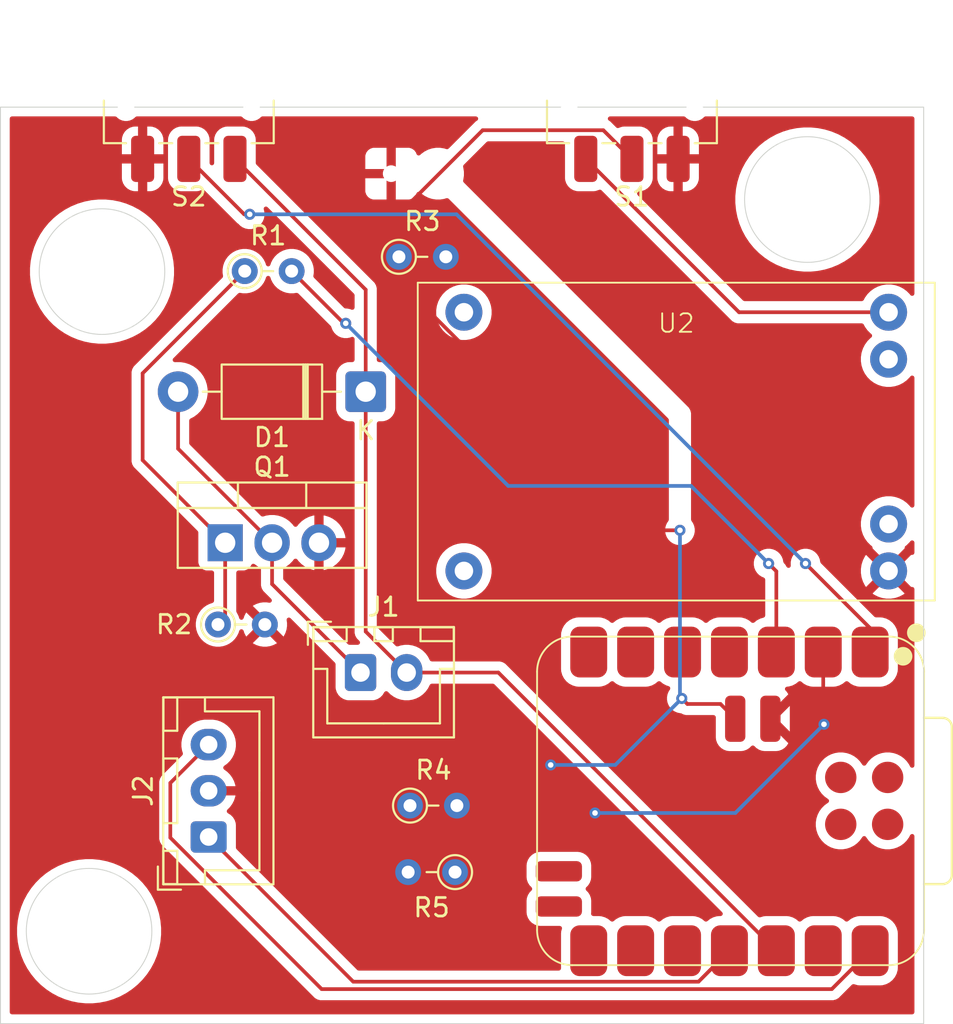
<source format=kicad_pcb>
(kicad_pcb (version 20241229) (generator "pcbnew") (generator_version "9.0")
  (layers (0 "F.Cu" signal) (2 "B.Cu" signal) (13 "F.Paste" user) (15 "B.Paste" user) (5 "F.SilkS" user "F.Silkscreen") (7 "B.SilkS" user "B.Silkscreen") (1 "F.Mask" user) (3 "B.Mask" user) (25 "Edge.Cuts" user))
  (net 0 "")
  (net 2 "Net-(D2-A)")
  (net 15 "Net-(D1-A)")
  (net 16 "/3V3")
  (net 17 "/LEDS_C")
  (net 18 "/BAT+")
  (net 19 "/LEDS+")
  (net 20 "/Arme_Selection")
  (net 21 "GND")
  (net 22 "Net-(Q1-G)")
  (net 23 "/moteur_c")
  (net 24 "/OUT+")
  (net 29 "/BAT_level")
  (footprint "Connector_JST:JST_XH_B3B-XH-A_1x03_P2.50mm_Vertical" (layer "F.Cu") (at 63.275 68.2 90)
    (property "Reference" "J2" (at 2.5 -3.55 90) (layer "F.SilkS"))
    (property "Value" "Conn_01x03_Pin")
    (fp_line (start -1.6 -2.75) (end -2.85 -2.75) (stroke (width 0.12)) (layer "F.SilkS"))
    (fp_line (start -2.85 -2.75) (end -2.85 -1.5) (stroke (width 0.12)) (layer "F.SilkS"))
    (fp_line (start 7.56 -2.46) (end -2.56 -2.46) (stroke (width 0.12)) (layer "F.SilkS"))
    (fp_line (start -2.56 -2.46) (end -2.56 3.51) (stroke (width 0.12)) (layer "F.SilkS"))
    (fp_line (start 7.55 -2.45) (end 5.75 -2.45) (stroke (width 0.12)) (layer "F.SilkS"))
    (fp_line (start 5.75 -2.45) (end 5.75 -1.7) (stroke (width 0.12)) (layer "F.SilkS"))
    (fp_line (start 4.25 -2.45) (end 0.75 -2.45) (stroke (width 0.12)) (layer "F.SilkS"))
    (fp_line (start 0.75 -2.45) (end 0.75 -1.7) (stroke (width 0.12)) (layer "F.SilkS"))
    (fp_line (start -0.75 -2.45) (end -2.55 -2.45) (stroke (width 0.12)) (layer "F.SilkS"))
    (fp_line (start -2.55 -2.45) (end -2.55 -1.7) (stroke (width 0.12)) (layer "F.SilkS"))
    (fp_line (start 7.55 -1.7) (end 7.55 -2.45) (stroke (width 0.12)) (layer "F.SilkS"))
    (fp_line (start 5.75 -1.7) (end 7.55 -1.7) (stroke (width 0.12)) (layer "F.SilkS"))
    (fp_line (start 4.25 -1.7) (end 4.25 -2.45) (stroke (width 0.12)) (layer "F.SilkS"))
    (fp_line (start 0.75 -1.7) (end 4.25 -1.7) (stroke (width 0.12)) (layer "F.SilkS"))
    (fp_line (start -0.75 -1.7) (end -0.75 -2.45) (stroke (width 0.12)) (layer "F.SilkS"))
    (fp_line (start -2.55 -1.7) (end -0.75 -1.7) (stroke (width 0.12)) (layer "F.SilkS"))
    (fp_line (start 7.55 -0.2) (end 6.8 -0.2) (stroke (width 0.12)) (layer "F.SilkS"))
    (fp_line (start 6.8 -0.2) (end 6.8 2.75) (stroke (width 0.12)) (layer "F.SilkS"))
    (fp_line (start -1.8 -0.2) (end -1.8 2.75) (stroke (width 0.12)) (layer "F.SilkS"))
    (fp_line (start -2.55 -0.2) (end -1.8 -0.2) (stroke (width 0.12)) (layer "F.SilkS"))
    (fp_line (start 6.8 2.75) (end 2.5 2.75) (stroke (width 0.12)) (layer "F.SilkS"))
    (fp_line (start -1.8 2.75) (end 2.5 2.75) (stroke (width 0.12)) (layer "F.SilkS"))
    (fp_line (start 7.56 3.51) (end 7.56 -2.46) (stroke (width 0.12)) (layer "F.SilkS"))
    (fp_line (start -2.56 3.51) (end 7.56 3.51) (stroke (width 0.12)) (layer "F.SilkS"))
    (pad "1" thru_hole roundrect (at 0 0 90) (size 1.7 1.95) (drill 0.95) (layers "*.Cu" "*.Mask") (roundrect_rratio 0.1470588235) (net 17 "/LEDS_C"))
    (pad "2" thru_hole oval (at 2.5 0 90) (size 1.7 1.95) (drill 0.95) (layers "*.Cu" "*.Mask") (net 21 "GND"))
    (pad "3" thru_hole oval (at 5 0 90) (size 1.7 1.95) (drill 0.95) (layers "*.Cu" "*.Mask") (net 19 "/LEDS+"))
  )
  (footprint "Resistor_THT:R_Axial_DIN0204_L3.6mm_D1.6mm_P2.54mm_Vertical" (layer "F.Cu") (at 76.62 70.1 180)
    (property "Reference" "R5" (at 1.27 -1.92 0) (layer "F.SilkS"))
    (property "Value" "1k")
    (fp_line (start 0.92 0) (end 1.54 0) (stroke (width 0.12)) (layer "F.SilkS"))
    (fp_circle (center 0 0) (end 0.92 0) (stroke (width 0.12)) (fill no) (layer "F.SilkS"))
    (pad "1" thru_hole circle (at 0 0 180) (size 1.4 1.4) (drill 0.7) (layers "*.Cu" "*.Mask") (net 29 "/BAT_level"))
    (pad "2" thru_hole circle (at 2.54 0 180) (size 1.4 1.4) (drill 0.7) (layers "*.Cu" "*.Mask") (net 21 "GND"))
  )
  (footprint "TP4056:TP4056" (layer "F.Cu") (at 74.6 55.4)
    (property "Reference" "U2" (at 14 -15 0) (layer "F.SilkS") (effects (font (thickness 0.1))))
    (property "Value" "~")
    (fp_line (start 0 -17.2) (end 0 0) (stroke (width 0.1)) (layer "F.SilkS"))
    (fp_line (start 0 -17.2) (end 28 -17.2) (stroke (width 0.1)) (layer "F.SilkS"))
    (fp_line (start 0 0) (end 28 0) (stroke (width 0.1)) (layer "F.SilkS"))
    (fp_line (start 28 -17.2) (end 28 0) (stroke (width 0.1)) (layer "F.SilkS"))
    (pad "0" thru_hole circle (at 2.5 -15.6) (size 2 2) (drill 1) (layers "*.Cu" "*.Mask"))
    (pad "1" thru_hole circle (at 2.5 -1.6) (size 2 2) (drill 1) (layers "*.Cu" "*.Mask"))
    (pad "2" thru_hole circle (at 25.5 -13.06) (size 2 2) (drill 1) (layers "*.Cu" "*.Mask"))
    (pad "3" thru_hole circle (at 25.5 -4.14) (size 2 2) (drill 1) (layers "*.Cu" "*.Mask"))
    (pad "4" thru_hole circle (at 25.5 -15.6) (size 2 2) (drill 1) (layers "*.Cu" "*.Mask") (net 24 "/OUT+"))
    (pad "5" thru_hole circle (at 25.5 -1.6) (size 2 2) (drill 1) (layers "*.Cu" "*.Mask") (net 21 "GND"))
  )
  (footprint "Seeed Studio XIAO Series Library:XIAO-nRF52840-SMD" (layer "F.Cu") (at 91.48 66.3 -90)
    (property "Reference" "U1" (hide yes))
    (property "Value" "XIAO-nRF52840-SMD")
    (fp_line (start -7.04 10.418) (end 6.93 10.418) (stroke (width 0.1)) (layer "F.SilkS"))
    (fp_line (start -8.945 8.513) (end -8.945 -8.632) (stroke (width 0.1)) (layer "F.SilkS"))
    (fp_line (start 8.835 8.513) (end 8.835 -8.632) (stroke (width 0.1)) (layer "F.SilkS"))
    (fp_line (start -4.55 -10.537) (end -4.546272 -11.547272) (stroke (width 0.127)) (layer "F.SilkS"))
    (fp_line (start 6.93 -10.537) (end -7.04 -10.537) (stroke (width 0.1)) (layer "F.SilkS"))
    (fp_line (start 4.449 -11.547) (end 4.449 -10.537) (stroke (width 0.127)) (layer "F.SilkS"))
    (fp_line (start -4.046272 -12.047) (end 3.949 -12.047) (stroke (width 0.127)) (layer "F.SilkS"))
    (fp_arc (start -7.04 10.418) (mid -8.387038 9.860038) (end -8.945 8.513) (stroke (width 0.1)) (layer "F.SilkS"))
    (fp_arc (start 8.835 8.513) (mid 8.277038 9.860038) (end 6.93 10.418) (stroke (width 0.1)) (layer "F.SilkS"))
    (fp_arc (start -8.945 -8.636) (mid -8.387038 -9.983038) (end -7.04 -10.541) (stroke (width 0.1)) (layer "F.SilkS"))
    (fp_arc (start 6.93 -10.537) (mid 8.277024 -9.979024) (end 8.835 -8.632) (stroke (width 0.1)) (layer "F.SilkS"))
    (fp_arc (start -4.546272 -11.547272) (mid -4.399724 -11.900644) (end -4.046272 -12.047) (stroke (width 0.127)) (layer "F.SilkS"))
    (fp_arc (start 3.949 -12.047) (mid 4.302524 -11.900524) (end 4.449 -11.547) (stroke (width 0.127)) (layer "F.SilkS"))
    (fp_circle (center -7.881 -9.404) (end -7.881 -9.658) (stroke (width 0.5)) (fill yes) (layer "F.SilkS"))
    (fp_circle (center -9.155 -10.121) (end -9.155 -10.375) (stroke (width 0.5)) (fill yes) (layer "F.SilkS"))
    (pad "1" smd roundrect (at -8.11 -7.62 270) (size 2.75 2) (layers "F.Cu" "F.Mask" "F.Paste") (net 20 "/Arme_Selection"))
    (pad "2" smd roundrect (at -8.11 -5.08 270) (size 2.75 2) (layers "F.Cu" "F.Mask" "F.Paste") (net 29 "/BAT_level"))
    (pad "3" smd roundrect (at -8.11 -2.54 270) (size 2.75 2) (layers "F.Cu" "F.Mask" "F.Paste") (net 23 "/moteur_c"))
    (pad "4" smd roundrect (at -8.11 0 270) (size 2.75 2) (layers "F.Cu" "F.Mask" "F.Paste"))
    (pad "5" smd roundrect (at -8.11 2.54 270) (size 2.75 2) (layers "F.Cu" "F.Mask" "F.Paste"))
    (pad "6" smd roundrect (at -8.11 5.08 270) (size 2.75 2) (layers "F.Cu" "F.Mask" "F.Paste"))
    (pad "7" smd roundrect (at -8.11 7.62 270) (size 2.75 2) (layers "F.Cu" "F.Mask" "F.Paste"))
    (pad "8" smd roundrect (at 8.055 7.62 270) (size 2.75 2) (layers "F.Cu" "F.Mask" "F.Paste"))
    (pad "9" smd roundrect (at 8.055 5.08 270) (size 2.75 2) (layers "F.Cu" "F.Mask" "F.Paste"))
    (pad "10" smd roundrect (at 8.055 2.54 270) (size 2.75 2) (layers "F.Cu" "F.Mask" "F.Paste"))
    (pad "11" smd roundrect (at 8.055 0 270) (size 2.75 2) (layers "F.Cu" "F.Mask" "F.Paste") (net 17 "/LEDS_C"))
    (pad "12" smd roundrect (at 8.055 -2.54 270) (size 2.75 2) (layers "F.Cu" "F.Mask" "F.Paste") (net 16 "/3V3"))
    (pad "13" smd roundrect (at 8.055 -5.08 270) (size 2.75 2) (layers "F.Cu" "F.Mask" "F.Paste") (net 21 "GND"))
    (pad "14" smd roundrect (at 8.055 -7.62 270) (size 2.75 2) (layers "F.Cu" "F.Mask" "F.Paste") (net 19 "/LEDS+"))
    (pad "15" smd roundrect (at -4.5 -0.3135 90) (size 2.5 1.1) (layers "F.Cu" "F.Mask" "F.Paste") (net 18 "/BAT+"))
    (pad "16" smd roundrect (at -4.5 -2.2185 90) (size 2.5 1.1) (layers "F.Cu" "F.Mask" "F.Paste") (net 21 "GND"))
    (pad "17" smd roundrect (at 3.755 9.2369 180) (size 2.5 1.1) (layers "F.Cu" "F.Mask" "F.Paste"))
    (pad "18" smd roundrect (at 5.66 9.2369 180) (size 2.5 1.1) (layers "F.Cu" "F.Mask" "F.Paste"))
    (pad "19" smd circle (at -1.325 -8.5685 270) (size 1.7 1.7) (layers "F.Cu" "F.Mask" "F.Paste"))
    (pad "20" smd circle (at 1.215 -8.5685 270) (size 1.7 1.7) (layers "F.Cu" "F.Mask" "F.Paste"))
    (pad "21" smd circle (at -1.325 -6.0285 270) (size 1.7 1.7) (layers "F.Cu" "F.Mask" "F.Paste"))
    (pad "22" smd circle (at 1.215 -6.0285 270) (size 1.7 1.7) (layers "F.Cu" "F.Mask" "F.Paste"))
  )
  (footprint "Diode_THT:D_DO-41_SOD81_P10.16mm_Horizontal" (layer "F.Cu") (at 71.78 44.1 180)
    (property "Reference" "D1" (at 5.08 -2.47 0) (layer "F.SilkS"))
    (property "Value" "1N5819")
    (fp_line (start 8.82 0) (end 7.8 0) (stroke (width 0.12)) (layer "F.SilkS"))
    (fp_line (start 3.38 -1.47) (end 3.38 1.47) (stroke (width 0.12)) (layer "F.SilkS"))
    (fp_line (start 3.26 -1.47) (end 3.26 1.47) (stroke (width 0.12)) (layer "F.SilkS"))
    (fp_line (start 3.14 -1.47) (end 3.14 1.47) (stroke (width 0.12)) (layer "F.SilkS"))
    (fp_line (start 1.34 0) (end 2.36 0) (stroke (width 0.12)) (layer "F.SilkS"))
    (fp_rect (start 2.36 -1.47) (end 7.8 1.47) (stroke (width 0.12)) (fill no) (layer "F.SilkS"))
    (fp_text user "K" (at 0 -2.1 0) (layer "F.SilkS"))
    (pad "1" thru_hole roundrect (at 0 0 180) (size 2.2 2.2) (drill 1.1) (layers "*.Cu" "*.Mask") (roundrect_rratio 0.113636) (net 16 "/3V3"))
    (pad "2" thru_hole circle (at 10.16 0 180) (size 2.2 2.2) (drill 1.1) (layers "*.Cu" "*.Mask") (net 15 "Net-(D1-A)"))
  )
  (footprint "Package_TO_SOT_THT:TO-220-3_Vertical" (layer "F.Cu") (at 64.17 52.275)
    (property "Reference" "Q1" (at 2.54 -4.1 0) (layer "F.SilkS"))
    (property "Value" "IRLZ34N")
    (fp_line (start -2.57 -3.26) (end -2.57 1.36) (stroke (width 0.12)) (layer "F.SilkS"))
    (fp_line (start -2.57 -3.26) (end 7.65 -3.26) (stroke (width 0.12)) (layer "F.SilkS"))
    (fp_line (start -2.57 -1.88) (end 7.65 -1.88) (stroke (width 0.12)) (layer "F.SilkS"))
    (fp_line (start -2.57 1.36) (end 7.65 1.36) (stroke (width 0.12)) (layer "F.SilkS"))
    (fp_line (start 0.69 -3.26) (end 0.69 -1.88) (stroke (width 0.12)) (layer "F.SilkS"))
    (fp_line (start 4.39 -3.26) (end 4.39 -1.88) (stroke (width 0.12)) (layer "F.SilkS"))
    (fp_line (start 7.65 -3.26) (end 7.65 1.36) (stroke (width 0.12)) (layer "F.SilkS"))
    (pad "1" thru_hole rect (at 0 0) (size 1.905 2) (drill 1.1) (layers "*.Cu" "*.Mask") (net 22 "Net-(Q1-G)"))
    (pad "2" thru_hole oval (at 2.54 0) (size 1.905 2) (drill 1.1) (layers "*.Cu" "*.Mask") (net 15 "Net-(D1-A)"))
    (pad "3" thru_hole oval (at 5.08 0) (size 1.905 2) (drill 1.1) (layers "*.Cu" "*.Mask") (net 21 "GND"))
  )
  (footprint "Resistor_THT:R_Axial_DIN0204_L3.6mm_D1.6mm_P2.54mm_Vertical" (layer "F.Cu") (at 65.23 37.575)
    (property "Reference" "R1" (at 1.27 -1.92 0) (layer "F.SilkS"))
    (property "Value" "1k")
    (fp_line (start 0.92 0) (end 1.54 0) (stroke (width 0.12)) (layer "F.SilkS"))
    (fp_circle (center 0 0) (end 0.92 0) (stroke (width 0.12)) (fill no) (layer "F.SilkS"))
    (pad "1" thru_hole circle (at 0 0) (size 1.4 1.4) (drill 0.7) (layers "*.Cu" "*.Mask") (net 22 "Net-(Q1-G)"))
    (pad "2" thru_hole circle (at 2.54 0) (size 1.4 1.4) (drill 0.7) (layers "*.Cu" "*.Mask") (net 23 "/moteur_c"))
  )
  (footprint "Resistor_THT:R_Axial_DIN0204_L3.6mm_D1.6mm_P2.54mm_Vertical" (layer "F.Cu") (at 63.78 56.7)
    (property "Reference" "R2" (at -2.38 0 0) (layer "F.SilkS"))
    (property "Value" "10k")
    (fp_line (start 0.92 0) (end 1.54 0) (stroke (width 0.12)) (layer "F.SilkS"))
    (fp_circle (center 0 0) (end 0.92 0) (stroke (width 0.12)) (fill no) (layer "F.SilkS"))
    (pad "1" thru_hole circle (at 0 0) (size 1.4 1.4) (drill 0.7) (layers "*.Cu" "*.Mask") (net 22 "Net-(Q1-G)"))
    (pad "2" thru_hole circle (at 2.54 0) (size 1.4 1.4) (drill 0.7) (layers "*.Cu" "*.Mask") (net 21 "GND"))
  )
  (footprint "Connector_JST:JST_XH_B2B-XH-A_1x02_P2.50mm_Vertical" (layer "F.Cu") (at 71.5 59.3)
    (property "Reference" "J1" (at 1.25 -3.55 0) (layer "F.SilkS"))
    (property "Value" "Conn_01x02_Pin")
    (fp_line (start -2.85 -2.75) (end -2.85 -1.5) (stroke (width 0.12)) (layer "F.SilkS"))
    (fp_line (start -2.56 -2.46) (end -2.56 3.51) (stroke (width 0.12)) (layer "F.SilkS"))
    (fp_line (start -2.56 3.51) (end 5.06 3.51) (stroke (width 0.12)) (layer "F.SilkS"))
    (fp_line (start -2.55 -2.45) (end -2.55 -1.7) (stroke (width 0.12)) (layer "F.SilkS"))
    (fp_line (start -2.55 -1.7) (end -0.75 -1.7) (stroke (width 0.12)) (layer "F.SilkS"))
    (fp_line (start -2.55 -0.2) (end -1.8 -0.2) (stroke (width 0.12)) (layer "F.SilkS"))
    (fp_line (start -1.8 -0.2) (end -1.8 2.75) (stroke (width 0.12)) (layer "F.SilkS"))
    (fp_line (start -1.8 2.75) (end 1.25 2.75) (stroke (width 0.12)) (layer "F.SilkS"))
    (fp_line (start -1.6 -2.75) (end -2.85 -2.75) (stroke (width 0.12)) (layer "F.SilkS"))
    (fp_line (start -0.75 -2.45) (end -2.55 -2.45) (stroke (width 0.12)) (layer "F.SilkS"))
    (fp_line (start -0.75 -1.7) (end -0.75 -2.45) (stroke (width 0.12)) (layer "F.SilkS"))
    (fp_line (start 0.75 -2.45) (end 0.75 -1.7) (stroke (width 0.12)) (layer "F.SilkS"))
    (fp_line (start 0.75 -1.7) (end 1.75 -1.7) (stroke (width 0.12)) (layer "F.SilkS"))
    (fp_line (start 1.75 -2.45) (end 0.75 -2.45) (stroke (width 0.12)) (layer "F.SilkS"))
    (fp_line (start 1.75 -1.7) (end 1.75 -2.45) (stroke (width 0.12)) (layer "F.SilkS"))
    (fp_line (start 3.25 -2.45) (end 3.25 -1.7) (stroke (width 0.12)) (layer "F.SilkS"))
    (fp_line (start 3.25 -1.7) (end 5.05 -1.7) (stroke (width 0.12)) (layer "F.SilkS"))
    (fp_line (start 4.3 -0.2) (end 4.3 2.75) (stroke (width 0.12)) (layer "F.SilkS"))
    (fp_line (start 4.3 2.75) (end 1.25 2.75) (stroke (width 0.12)) (layer "F.SilkS"))
    (fp_line (start 5.05 -2.45) (end 3.25 -2.45) (stroke (width 0.12)) (layer "F.SilkS"))
    (fp_line (start 5.05 -1.7) (end 5.05 -2.45) (stroke (width 0.12)) (layer "F.SilkS"))
    (fp_line (start 5.05 -0.2) (end 4.3 -0.2) (stroke (width 0.12)) (layer "F.SilkS"))
    (fp_line (start 5.06 -2.46) (end -2.56 -2.46) (stroke (width 0.12)) (layer "F.SilkS"))
    (fp_line (start 5.06 3.51) (end 5.06 -2.46) (stroke (width 0.12)) (layer "F.SilkS"))
    (pad "1" thru_hole roundrect (at 0 0) (size 1.7 2) (drill 1) (layers "*.Cu" "*.Mask") (roundrect_rratio 0.147059) (net 15 "Net-(D1-A)"))
    (pad "2" thru_hole oval (at 2.5 0) (size 1.7 2) (drill 1) (layers "*.Cu" "*.Mask") (net 16 "/3V3"))
  )
  (footprint "Resistor_THT:R_Axial_DIN0204_L3.6mm_D1.6mm_P2.54mm_Vertical" (layer "F.Cu") (at 74.18 66.5)
    (property "Reference" "R4" (at 1.27 -1.92 0) (layer "F.SilkS"))
    (property "Value" "1k")
    (fp_line (start 0.92 0) (end 1.54 0) (stroke (width 0.12)) (layer "F.SilkS"))
    (fp_circle (center 0 0) (end 0.92 0) (stroke (width 0.12)) (fill no) (layer "F.SilkS"))
    (pad "1" thru_hole circle (at 0 0) (size 1.4 1.4) (drill 0.7) (layers "*.Cu" "*.Mask") (net 18 "/BAT+"))
    (pad "2" thru_hole circle (at 2.54 0) (size 1.4 1.4) (drill 0.7) (layers "*.Cu" "*.Mask") (net 29 "/BAT_level"))
  )
  (footprint "Resistor_THT:R_Axial_DIN0204_L3.6mm_D1.6mm_P2.54mm_Vertical" (layer "F.Cu") (at 73.58 36.8)
    (property "Reference" "R3" (at 1.27 -1.92 0) (layer "F.SilkS"))
    (property "Value" "1k")
    (fp_line (start 0.92 0) (end 1.54 0) (stroke (width 0.12)) (layer "F.SilkS"))
    (fp_circle (center 0 0) (end 0.92 0) (stroke (width 0.12)) (fill no) (layer "F.SilkS"))
    (pad "1" thru_hole circle (at 0 0) (size 1.4 1.4) (drill 0.7) (layers "*.Cu" "*.Mask") (net 18 "/BAT+"))
    (pad "2" thru_hole circle (at 2.54 0) (size 1.4 1.4) (drill 0.7) (layers "*.Cu" "*.Mask") (net 2 "Net-(D2-A)"))
  )
  (footprint "Button_Switch_SMD:SW_SPDT_CK_JS102011SAQN" (layer "F.Cu") (at 62.2 28.75 180)
    (property "Reference" "S2" (at 0 -4.8 0) (layer "F.SilkS"))
    (property "Value" "JS102011SAQN")
    (fp_line (start 4.6 -1.9) (end 4.6 0.4) (stroke (width 0.12)) (layer "F.SilkS"))
    (fp_line (start 3.4 -1.9) (end 4.6 -1.9) (stroke (width 0.12)) (layer "F.SilkS"))
    (fp_line (start 1.6 -1.9) (end 0.9 -1.9) (stroke (width 0.12)) (layer "F.SilkS"))
    (fp_line (start -0.9 -1.9) (end -1.6 -1.9) (stroke (width 0.12)) (layer "F.SilkS"))
    (fp_line (start -4.6 0.4) (end -4.6 -1.9) (stroke (width 0.12)) (layer "F.SilkS"))
    (fp_line (start -4.6 -1.9) (end -3.4 -1.9) (stroke (width 0.12)) (layer "F.SilkS"))
    (pad "" np_thru_hole circle (at -3.4 0 180) (size 0.9 0.9) (drill 0.9) (layers "*.Cu" "*.Mask"))
    (pad "" np_thru_hole circle (at 3.4 0 180) (size 0.9 0.9) (drill 0.9) (layers "*.Cu" "*.Mask"))
    (pad "1" smd roundrect (at -2.5 -2.75 180) (size 1.25 2.5) (layers "F.Cu" "F.Mask" "F.Paste") (roundrect_rratio 0.2) (net 16 "/3V3"))
    (pad "2" smd roundrect (at 0 -2.75 180) (size 1.25 2.5) (layers "F.Cu" "F.Mask" "F.Paste") (roundrect_rratio 0.2) (net 20 "/Arme_Selection"))
    (pad "3" smd roundrect (at 2.5 -2.75 180) (size 1.25 2.5) (layers "F.Cu" "F.Mask" "F.Paste") (roundrect_rratio 0.2) (net 21 "GND"))
  )
  (footprint "Button_Switch_SMD:SW_SPDT_CK_JS102011SAQN" (layer "F.Cu") (at 86.2 28.75 180)
    (property "Reference" "S1" (at 0 -4.8 0) (layer "F.SilkS"))
    (property "Value" "JS102011SAQN")
    (fp_line (start 4.6 -1.9) (end 4.6 0.4) (stroke (width 0.12)) (layer "F.SilkS"))
    (fp_line (start 3.4 -1.9) (end 4.6 -1.9) (stroke (width 0.12)) (layer "F.SilkS"))
    (fp_line (start 1.6 -1.9) (end 0.9 -1.9) (stroke (width 0.12)) (layer "F.SilkS"))
    (fp_line (start -0.9 -1.9) (end -1.6 -1.9) (stroke (width 0.12)) (layer "F.SilkS"))
    (fp_line (start -4.6 0.4) (end -4.6 -1.9) (stroke (width 0.12)) (layer "F.SilkS"))
    (fp_line (start -4.6 -1.9) (end -3.4 -1.9) (stroke (width 0.12)) (layer "F.SilkS"))
    (pad "" np_thru_hole circle (at -3.4 0 180) (size 0.9 0.9) (drill 0.9) (layers "*.Cu" "*.Mask"))
    (pad "" np_thru_hole circle (at 3.4 0 180) (size 0.9 0.9) (drill 0.9) (layers "*.Cu" "*.Mask"))
    (pad "1" smd roundrect (at -2.5 -2.75 180) (size 1.25 2.5) (layers "F.Cu" "F.Mask" "F.Paste") (roundrect_rratio 0.2) (net 21 "GND"))
    (pad "2" smd roundrect (at 0 -2.75 180) (size 1.25 2.5) (layers "F.Cu" "F.Mask" "F.Paste") (roundrect_rratio 0.2) (net 18 "/BAT+"))
    (pad "3" smd roundrect (at 2.5 -2.75 180) (size 1.25 2.5) (layers "F.Cu" "F.Mask" "F.Paste") (roundrect_rratio 0.2) (net 24 "/OUT+"))
  )
  (gr_circle (center 56.8 73.3) (end 60.2 73.3) (stroke (width 0.05)) (fill no) (layer "Edge.Cuts"))
  (gr_circle (center 95.7 33.7) (end 99.1 33.7) (stroke (width 0.05)) (fill no) (layer "Edge.Cuts"))
  (gr_rect (start 52 28.7) (end 102 78.3) (stroke (width 0.05)) (fill no) (layer "Edge.Cuts"))
  (gr_circle (center 57.5 37.6) (end 60.9 37.6) (stroke (width 0.05)) (fill no) (layer "Edge.Cuts"))
  (segment (start 61.62 44.1) (end 61.62 47.185) (width 0.2) (layer "F.Cu") (net 15))
  (segment (start 66.71 54.51) (end 71.5 59.3) (width 0.2) (layer "F.Cu") (net 15))
  (segment (start 66.71 52.275) (end 66.71 54.51) (width 0.2) (layer "F.Cu") (net 15))
  (segment (start 61.62 47.185) (end 66.71 52.275) (width 0.2) (layer "F.Cu") (net 15))
  (segment (start 71.78 38.58) (end 71.78 44.1) (width 0.2) (layer "F.Cu") (net 16))
  (segment (start 71.78 44.1) (end 71.78 57.08) (width 0.2) (layer "F.Cu") (net 16))
  (segment (start 71.78 57.08) (end 74 59.3) (width 0.2) (layer "F.Cu") (net 16))
  (segment (start 64.7 31.5) (end 71.78 38.58) (width 0.2) (layer "F.Cu") (net 16))
  (segment (start 78.965 59.3) (end 94.02 74.355) (width 0.2) (layer "F.Cu") (net 16))
  (segment (start 74 59.3) (end 78.965 59.3) (width 0.2) (layer "F.Cu") (net 16))
  (segment (start 63.275 68.2) (end 71.106 76.031) (width 0.2) (layer "F.Cu") (net 17))
  (segment (start 71.106 76.031) (end 89.804 76.031) (width 0.2) (layer "F.Cu") (net 17))
  (segment (start 89.804 76.031) (end 91.48 74.355) (width 0.2) (layer "F.Cu") (net 17))
  (segment (start 78.116 29.949) (end 84.649 29.949) (width 0.2) (layer "F.Cu") (net 18))
  (segment (start 90.9935 61) (end 91.7935 61.8) (width 0.2) (layer "F.Cu") (net 18))
  (segment (start 73.58 36.8) (end 73.58 34.485) (width 0.2) (layer "F.Cu") (net 18))
  (segment (start 84.649 29.949) (end 86.2 31.5) (width 0.2) (layer "F.Cu") (net 18))
  (segment (start 74.18 66.5) (end 76.38 64.3) (width 0.2) (layer "F.Cu") (net 18))
  (segment (start 73.58 34.485) (end 78.116 29.949) (width 0.2) (layer "F.Cu") (net 18))
  (segment (start 91.7935 61.967206) (end 91.7935 61.8) (width 0.2) (layer "F.Cu") (net 18))
  (segment (start 87.060108 51.6) (end 88.8 51.6) (width 0.2) (layer "F.Cu") (net 18))
  (segment (start 76.38 64.3) (end 81.8 64.3) (width 0.2) (layer "F.Cu") (net 18))
  (segment (start 73.58 38.119892) (end 87.060108 51.6) (width 0.2) (layer "F.Cu") (net 18))
  (segment (start 88.9 60.7) (end 89.2 61) (width 0.2) (layer "F.Cu") (net 18))
  (segment (start 73.58 36.8) (end 73.58 38.119892) (width 0.2) (layer "F.Cu") (net 18))
  (segment (start 89.2 61) (end 90.9935 61) (width 0.2) (layer "F.Cu") (net 18))
  (via (at 88.9 60.7) (size 0.6) (drill 0.3) (layers "F.Cu" "B.Cu") (net 18))
  (via (at 88.8 51.6) (size 0.6) (drill 0.3) (layers "F.Cu" "B.Cu") (net 18))
  (via (at 81.8 64.3) (size 0.6) (drill 0.3) (layers "F.Cu" "B.Cu") (net 18))
  (segment (start 88.8 60.6) (end 88.9 60.7) (width 0.2) (layer "B.Cu") (net 18))
  (segment (start 88.8 51.6) (end 88.8 60.6) (width 0.2) (layer "B.Cu") (net 18))
  (segment (start 85.3 64.3) (end 88.9 60.7) (width 0.2) (layer "B.Cu") (net 18))
  (segment (start 81.8 64.3) (end 85.3 64.3) (width 0.2) (layer "B.Cu") (net 18))
  (segment (start 63.275 63.2) (end 61.2 65.275) (width 0.2) (layer "F.Cu") (net 19))
  (segment (start 97.023 76.432) (end 99.1 74.355) (width 0.2) (layer "F.Cu") (net 19))
  (segment (start 61.2 65.275) (end 61.2 68.23616) (width 0.2) (layer "F.Cu") (net 19))
  (segment (start 61.2 68.23616) (end 69.39584 76.432) (width 0.2) (layer "F.Cu") (net 19))
  (segment (start 69.39584 76.432) (end 97.023 76.432) (width 0.2) (layer "F.Cu") (net 19))
  (segment (start 99.1 56.9) (end 99.1 58.19) (width 0.2) (layer "F.Cu") (net 20))
  (segment (start 95.6 53.4) (end 99.1 56.9) (width 0.2) (layer "F.Cu") (net 20))
  (segment (start 65.2 34.5) (end 65.5 34.5) (width 0.2) (layer "F.Cu") (net 20))
  (segment (start 62.2 31.5) (end 65.2 34.5) (width 0.2) (layer "F.Cu") (net 20))
  (via (at 65.5 34.5) (size 0.6) (drill 0.3) (layers "F.Cu" "B.Cu") (net 20))
  (via (at 95.6 53.4) (size 0.6) (drill 0.3) (layers "F.Cu" "B.Cu") (net 20))
  (segment (start 76.7 34.5) (end 95.6 53.4) (width 0.2) (layer "B.Cu") (net 20))
  (segment (start 65.5 34.5) (end 76.7 34.5) (width 0.2) (layer "B.Cu") (net 20))
  (segment (start 65.23 37.575) (end 59.7 43.105) (width 0.2) (layer "F.Cu") (net 22))
  (segment (start 59.7 47.805) (end 64.17 52.275) (width 0.2) (layer "F.Cu") (net 22))
  (segment (start 64.17 52.275) (end 64.17 56.31) (width 0.2) (layer "F.Cu") (net 22))
  (segment (start 59.7 43.105) (end 59.7 47.805) (width 0.2) (layer "F.Cu") (net 22))
  (segment (start 64.17 56.31) (end 63.78 56.7) (width 0.2) (layer "F.Cu") (net 22))
  (segment (start 70.595 40.4) (end 70.7 40.4) (width 0.2) (layer "F.Cu") (net 23))
  (segment (start 67.77 37.575) (end 70.595 40.4) (width 0.2) (layer "F.Cu") (net 23))
  (segment (start 93.6 53.4) (end 94.02 53.82) (width 0.2) (layer "F.Cu") (net 23))
  (segment (start 94.02 53.82) (end 94.02 58.19) (width 0.2) (layer "F.Cu") (net 23))
  (via (at 70.7 40.4) (size 0.6) (drill 0.3) (layers "F.Cu" "B.Cu") (net 23))
  (via (at 93.6 53.4) (size 0.6) (drill 0.3) (layers "F.Cu" "B.Cu") (net 23))
  (segment (start 79.5 49.2) (end 89.4 49.2) (width 0.2) (layer "B.Cu") (net 23))
  (segment (start 89.4 49.2) (end 93.6 53.4) (width 0.2) (layer "B.Cu") (net 23))
  (segment (start 70.7 40.4) (end 79.5 49.2) (width 0.2) (layer "B.Cu") (net 23))
  (segment (start 83.7 31.5) (end 92 39.8) (width 0.2) (layer "F.Cu") (net 24))
  (segment (start 92 39.8) (end 100.1 39.8) (width 0.2) (layer "F.Cu") (net 24))
  (segment (start 76.62 70.1) (end 76.62 66.6) (width 0.2) (layer "F.Cu") (net 29))
  (segment (start 96.6 62.1) (end 96.56 62.06) (width 0.2) (layer "F.Cu") (net 29))
  (segment (start 76.62 66.6) (end 76.72 66.5) (width 0.2) (layer "F.Cu") (net 29))
  (segment (start 77.12 66.9) (end 76.72 66.5) (width 0.2) (layer "F.Cu") (net 29))
  (segment (start 96.56 62.06) (end 96.56 58.19) (width 0.2) (layer "F.Cu") (net 29))
  (segment (start 84.2 66.9) (end 77.12 66.9) (width 0.2) (layer "F.Cu") (net 29))
  (via (at 84.2 66.9) (size 0.6) (drill 0.3) (layers "F.Cu" "B.Cu") (net 29))
  (via (at 96.6 62.1) (size 0.6) (drill 0.3) (layers "F.Cu" "B.Cu") (net 29))
  (segment (start 84.2 66.9) (end 91.8 66.9) (width 0.2) (layer "B.Cu") (net 29))
  (segment (start 91.8 66.9) (end 96.6 62.1) (width 0.2) (layer "B.Cu") (net 29))
  (zone (net 21) (net_name "GND") (layer "F.Cu") (connect_pads (clearance 0.5)) (min_thickness 0.25) (fill yes (thermal_gap 0.5) (thermal_bridge_width 0.5))
    (polygon (pts (xy 52 28.7) (xy 102 28.7) (xy 102 78.3) (xy 52 78.3)))
  )
)
</source>
